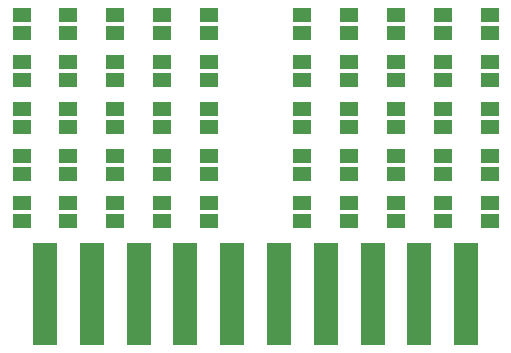
<source format=gtp>
G75*
%MOIN*%
%OFA0B0*%
%FSLAX25Y25*%
%IPPOS*%
%LPD*%
%AMOC8*
5,1,8,0,0,1.08239X$1,22.5*
%
%ADD10R,0.08000X0.34000*%
%ADD11R,0.06300X0.04600*%
D10*
X0031050Y0018400D03*
X0046650Y0018400D03*
X0062250Y0018400D03*
X0077850Y0018400D03*
X0093450Y0018400D03*
X0109050Y0018400D03*
X0124650Y0018400D03*
X0140250Y0018400D03*
X0155850Y0018400D03*
X0171450Y0018400D03*
D11*
X0163650Y0042700D03*
X0163650Y0048700D03*
X0163650Y0058300D03*
X0163650Y0064300D03*
X0148050Y0064300D03*
X0148050Y0058300D03*
X0148050Y0048700D03*
X0148050Y0042700D03*
X0132450Y0042700D03*
X0132450Y0048700D03*
X0132450Y0058300D03*
X0132450Y0064300D03*
X0132450Y0073900D03*
X0132450Y0079900D03*
X0132450Y0089500D03*
X0132450Y0095500D03*
X0132450Y0105100D03*
X0132450Y0111100D03*
X0116850Y0111100D03*
X0116850Y0105100D03*
X0116850Y0095500D03*
X0116850Y0089500D03*
X0116850Y0079900D03*
X0116850Y0073900D03*
X0116850Y0064300D03*
X0116850Y0058300D03*
X0116850Y0048700D03*
X0116850Y0042700D03*
X0085650Y0042700D03*
X0085650Y0048700D03*
X0085650Y0058300D03*
X0085650Y0064300D03*
X0085650Y0073900D03*
X0085650Y0079900D03*
X0085650Y0089500D03*
X0085650Y0095500D03*
X0085650Y0105100D03*
X0085650Y0111100D03*
X0070050Y0111100D03*
X0070050Y0105100D03*
X0070050Y0095500D03*
X0070050Y0089500D03*
X0070050Y0079900D03*
X0070050Y0073900D03*
X0070050Y0064300D03*
X0070050Y0058300D03*
X0070050Y0048700D03*
X0070050Y0042700D03*
X0054450Y0042700D03*
X0054450Y0048700D03*
X0054450Y0058300D03*
X0054450Y0064300D03*
X0038850Y0064300D03*
X0038850Y0058300D03*
X0038850Y0048700D03*
X0038850Y0042700D03*
X0023250Y0042700D03*
X0023250Y0048700D03*
X0023250Y0058300D03*
X0023250Y0064300D03*
X0023250Y0073900D03*
X0023250Y0079900D03*
X0023250Y0089500D03*
X0023250Y0095500D03*
X0023250Y0105100D03*
X0023250Y0111100D03*
X0038850Y0111100D03*
X0038850Y0105100D03*
X0038850Y0095500D03*
X0038850Y0089500D03*
X0038850Y0079900D03*
X0038850Y0073900D03*
X0054450Y0073900D03*
X0054450Y0079900D03*
X0054450Y0089500D03*
X0054450Y0095500D03*
X0054450Y0105100D03*
X0054450Y0111100D03*
X0148050Y0111100D03*
X0148050Y0105100D03*
X0148050Y0095500D03*
X0148050Y0089500D03*
X0148050Y0079900D03*
X0148050Y0073900D03*
X0163650Y0073900D03*
X0163650Y0079900D03*
X0163650Y0089500D03*
X0163650Y0095500D03*
X0163650Y0105100D03*
X0163650Y0111100D03*
X0179250Y0111100D03*
X0179250Y0105100D03*
X0179250Y0095500D03*
X0179250Y0089500D03*
X0179250Y0079900D03*
X0179250Y0073900D03*
X0179250Y0064300D03*
X0179250Y0058300D03*
X0179250Y0048700D03*
X0179250Y0042700D03*
M02*

</source>
